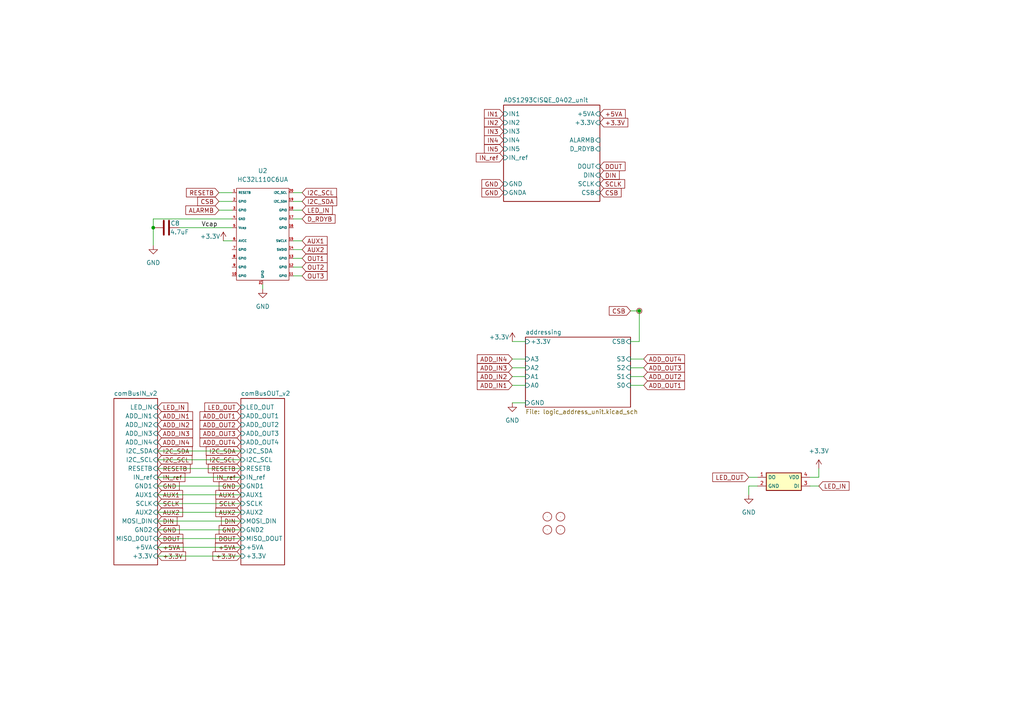
<source format=kicad_sch>
(kicad_sch (version 20230121) (generator eeschema)
  (paper "A4")
  (lib_symbols
    (symbol "Device:C" (pin_numbers hide) (pin_names (offset 0.254))
      (property "Reference" "C" (at 0.635 2.54 0))
      (property "Value" "C" (at 0.635 -2.54 0))
      (symbol "C_0_1"
        (polyline (pts (xy -2.032 -0.762) (xy 2.032 -0.762)) (stroke (width 0.508)))
        (polyline (pts (xy -2.032 0.762) (xy 2.032 0.762)) (stroke (width 0.508)))
      )
      (symbol "C_1_1"
        (pin passive line (at 0 3.81 270) (length 2.794) (name "~") (number "1"))
        (pin passive line (at 0 -3.81 90) (length 2.794) (name "~") (number "2"))
      )
    )
    (symbol "XHSC:HC32L110C6UA"
      (property "Reference" "U" (at 0 3.81 0))
      (property "Value" "HC32L110C6UA" (at 0 1.27 0))
      (symbol "HC32L110C6UA_0_1"
        (rectangle (start 0 0) (end 15.24 -26.67))
      )
      (symbol "HC32L110C6UA_1_1"
        (pin input line (at -1.27 -1.27 0) (length 1.27) (name "P00") (number "1") (alternate "GPIO" input line) (alternate "RESETB" input line))
        (pin input line (at -1.27 -25.4 0) (length 1.27) (name "P23") (number "10") (alternate "GPIO" input line))
        (pin input line (at 16.51 -25.4 180) (length 1.27) (name "P24") (number "11") (alternate "GPIO" input line))
        (pin input line (at 16.51 -22.86 180) (length 1.27) (name "P25") (number "12") (alternate "GPIO" input line) (alternate "I2C_SDA" input line))
        (pin input line (at 16.51 -20.32 180) (length 1.27) (name "P26") (number "13") (alternate "GPIO" input line) (alternate "I2C_SCL" input line))
        (pin input line (at 16.51 -17.78 180) (length 1.27) (name "P27") (number "14") (alternate "GPIO" input line) (alternate "SWDIO" input line))
        (pin input line (at 16.51 -15.24 180) (length 1.27) (name "P31") (number "15") (alternate "GPIO" input line) (alternate "SWCLK" input line))
        (pin input line (at 16.51 -11.43 180) (length 1.27) (name "P32") (number "16") (alternate "GPIO" input line))
        (pin input line (at 16.51 -8.89 180) (length 1.27) (name "P33") (number "17") (alternate "GPIO" input line))
        (pin input line (at 16.51 -6.35 180) (length 1.27) (name "P34") (number "18") (alternate "GPIO" input line))
        (pin input line (at 16.51 -3.81 180) (length 1.27) (name "P35") (number "19") (alternate "GPIO" input line) (alternate "I2C_SDA" input line))
        (pin input line (at -1.27 -3.81 0) (length 1.27) (name "P01") (number "2") (alternate "GPIO" input line) (alternate "I2C_SDA" input line))
        (pin input line (at 16.51 -1.27 180) (length 1.27) (name "P36") (number "20") (alternate "GPIO" input line) (alternate "I2C_SCL" input line))
        (pin input line (at 7.62 -27.94 90) (length 1.27) (name "EPAD") (number "21") (alternate "GPIO" input line) (alternate "RESETB" input line))
        (pin input line (at -1.27 -6.35 0) (length 1.27) (name "P02") (number "3") (alternate "GPIO" input line) (alternate "I2C_SCL" input line))
        (pin power_in line (at -1.27 -8.89 0) (length 1.27) (name "AVSS") (number "4") (alternate "GND" power_in line))
        (pin input line (at -1.27 -11.43 0) (length 1.27) (name "Vcap") (number "5"))
        (pin power_in line (at -1.27 -15.24 0) (length 1.27) (name "AVCC") (number "6"))
        (pin input line (at -1.27 -17.78 0) (length 1.27) (name "P03") (number "7") (alternate "GPIO" input line))
        (pin input line (at -1.27 -20.32 0) (length 1.27) (name "P15") (number "8") (alternate "GPIO" input line) (alternate "I2C_SDA" input line))
        (pin input line (at -1.27 -22.86 0) (length 1.27) (name "P14") (number "9") (alternate "GPIO" input line) (alternate "I2C_SCL" input line))
      )
    )
    (symbol "custom:TestPoint" (pin_numbers hide) (pin_names (offset 0.762) hide)
      (property "Reference" "TP" (at 0 6.858 0))
      (property "Value" "TestPoint" (at 0 5.08 0))
      (symbol "TestPoint_0_1"
        (circle (center 0 0) (radius 0.762))
      )
      (symbol "TestPoint_1_1"
        (pin passive line (at 0 0 90) (length 0) (name "1") (number "1"))
      )
    )
    (symbol "custom:WS2812-2020"
      (property "Reference" "U" (at 2.54 2.54 0))
      (property "Value" "WS2812-2020" (at 7.62 -5.08 0))
      (symbol "WS2812-2020_0_0"
        (rectangle (start 2.54 1.27) (end 12.7 -3.81) (stroke (width 0.254)) (fill (type background)))
      )
      (symbol "WS2812-2020_1_1"
        (pin input line (at 0 0 0) (length 2.54) (name "DO") (number "1"))
        (pin power_in line (at 0 -2.54 0) (length 2.54) (name "GND") (number "2"))
        (pin output line (at 15.24 -2.54 180) (length 2.54) (name "DI") (number "3"))
        (pin power_in line (at 15.24 0 180) (length 2.54) (name "VDD") (number "4"))
      )
    )
    (symbol "custom:smd_insert" (pin_numbers hide) (pin_names (offset 0) hide)
      (symbol "smd_insert_0_1"
        (circle (center 0 0) (radius 1.27))
      )
      (symbol "smd_insert_1_1"
        (pin power_in line (at 0 0 180) (length 0) (name "conn") (number "1"))
      )
    )
    (symbol "power:+3.3V" (power) (pin_names (offset 0))
      (property "Value" "+3.3V" (at 0 3.556 0))
      (symbol "+3.3V_0_1"
        (polyline (pts (xy -0.762 1.27) (xy 0 2.54)))
        (polyline (pts (xy 0 0) (xy 0 2.54)))
        (polyline (pts (xy 0 2.54) (xy 0.762 1.27)))
      )
      (symbol "+3.3V_1_1"
        (pin power_in line (at 0 0 90) (length 0) hide (name "+3.3V") (number "1"))
      )
    )
    (symbol "power:GND" (power) (pin_names (offset 0))
      (property "Value" "GND" (at 0 -3.81 0))
      (symbol "GND_0_1"
        (polyline (pts (xy 0 0) (xy 0 -1.27) (xy 1.27 -1.27) (xy 0 -2.54) (xy -1.27 -1.27) (xy 0 -1.27)))
      )
      (symbol "GND_1_1"
        (pin power_in line (at 0 0 270) (length 0) hide (name "GND") (number "1"))
      )
    )
  )
  (junction (at 185.42 90.17))
  (junction (at 44.45 66.04))
  (wire (pts (xy 234.95 138.43) (xy 237.49 138.43)))
  (wire (pts (xy 67.31 63.5) (xy 44.45 63.5)))
  (wire (pts (xy 237.49 140.97) (xy 234.95 140.97)))
  (wire (pts (xy 185.42 90.17) (xy 182.88 90.17)))
  (wire (pts (xy 64.77 69.85) (xy 67.31 69.85)))
  (wire (pts (xy 87.63 58.42) (xy 85.09 58.42)))
  (wire (pts (xy 148.59 99.06) (xy 152.4 99.06)))
  (wire (pts (xy 87.63 60.96) (xy 85.09 60.96)))
  (wire (pts (xy 148.59 104.14) (xy 152.4 104.14)))
  (wire (pts (xy 45.72 138.43) (xy 69.85 138.43)))
  (wire (pts (xy 52.07 66.04) (xy 67.31 66.04)))
  (wire (pts (xy 45.72 151.13) (xy 69.85 151.13)))
  (wire (pts (xy 148.59 106.68) (xy 152.4 106.68)))
  (wire (pts (xy 63.5 60.96) (xy 67.31 60.96)))
  (wire (pts (xy 85.09 80.01) (xy 87.63 80.01)))
  (wire (pts (xy 63.5 55.88) (xy 67.31 55.88)))
  (wire (pts (xy 45.72 130.81) (xy 69.85 130.81)))
  (wire (pts (xy 45.72 158.75) (xy 69.85 158.75)))
  (wire (pts (xy 182.88 104.14) (xy 186.69 104.14)))
  (wire (pts (xy 148.59 116.84) (xy 152.4 116.84)))
  (wire (pts (xy 44.45 63.5) (xy 44.45 66.04)))
  (wire (pts (xy 182.88 99.06) (xy 185.42 99.06)))
  (wire (pts (xy 217.17 140.97) (xy 217.17 143.51)))
  (wire (pts (xy 45.72 133.35) (xy 69.85 133.35)))
  (wire (pts (xy 182.88 111.76) (xy 186.69 111.76)))
  (wire (pts (xy 45.72 148.59) (xy 69.85 148.59)))
  (wire (pts (xy 45.72 156.21) (xy 69.85 156.21)))
  (wire (pts (xy 76.2 83.82) (xy 76.2 82.55)))
  (wire (pts (xy 219.71 140.97) (xy 217.17 140.97)))
  (wire (pts (xy 87.63 55.88) (xy 85.09 55.88)))
  (wire (pts (xy 85.09 74.93) (xy 87.63 74.93)))
  (wire (pts (xy 182.88 109.22) (xy 186.69 109.22)))
  (wire (pts (xy 148.59 111.76) (xy 152.4 111.76)))
  (wire (pts (xy 85.09 69.85) (xy 87.63 69.85)))
  (wire (pts (xy 45.72 146.05) (xy 69.85 146.05)))
  (wire (pts (xy 45.72 135.89) (xy 69.85 135.89)))
  (wire (pts (xy 45.72 153.67) (xy 69.85 153.67)))
  (wire (pts (xy 45.72 161.29) (xy 69.85 161.29)))
  (wire (pts (xy 44.45 66.04) (xy 44.45 71.12)))
  (wire (pts (xy 148.59 109.22) (xy 152.4 109.22)))
  (wire (pts (xy 63.5 58.42) (xy 67.31 58.42)))
  (wire (pts (xy 85.09 77.47) (xy 87.63 77.47)))
  (wire (pts (xy 237.49 138.43) (xy 237.49 135.89)))
  (wire (pts (xy 87.63 72.39) (xy 85.09 72.39)))
  (wire (pts (xy 45.72 140.97) (xy 69.85 140.97)))
  (wire (pts (xy 45.72 143.51) (xy 69.85 143.51)))
  (wire (pts (xy 185.42 99.06) (xy 185.42 90.17)))
  (wire (pts (xy 85.09 63.5) (xy 87.63 63.5)))
  (wire (pts (xy 217.17 138.43) (xy 219.71 138.43)))
  (wire (pts (xy 182.88 106.68) (xy 186.69 106.68)))
  (label "Vcap" (at 58.42 66.04 0))
  (global_label "RESETB" (shape input) (at 63.5 55.88 180) (property "Intersheetrefs" "${INTERSHEET_REFS}" (effects hide)))
  (global_label "ALARMB" (shape input) (at 63.5 60.96 180) (property "Intersheetrefs" "${INTERSHEET_REFS}" (effects hide)))
  (global_label "AUX1" (shape input) (at 45.72 143.51 0) (property "Intersheetrefs" "${INTERSHEET_REFS}" (effects hide)))
  (global_label "IN1" (shape input) (at 146.05 33.02 180) (property "Intersheetrefs" "${INTERSHEET_REFS}" (effects hide)))
  (global_label "DOUT" (shape input) (at 45.72 156.21 0) (property "Intersheetrefs" "${INTERSHEET_REFS}" (effects hide)))
  (global_label "I2C_SCL" (shape input) (at 87.63 55.88 0) (property "Intersheetrefs" "${INTERSHEET_REFS}" (effects hide)))
  (global_label "ADD_IN2" (shape input) (at 148.59 109.22 180) (property "Intersheetrefs" "${INTERSHEET_REFS}" (effects hide)))
  (global_label "RESETB" (shape input) (at 69.85 135.89 180) (property "Intersheetrefs" "${INTERSHEET_REFS}" (effects hide)))
  (global_label "OUT1" (shape input) (at 87.63 74.93 0) (property "Intersheetrefs" "${INTERSHEET_REFS}" (effects hide)))
  (global_label "LED_OUT" (shape input) (at 217.17 138.43 180) (property "Intersheetrefs" "${INTERSHEET_REFS}" (effects hide)))
  (global_label "GND" (shape input) (at 146.05 53.34 180) (property "Intersheetrefs" "${INTERSHEET_REFS}" (effects hide)))
  (global_label "DIN" (shape input) (at 45.72 151.13 0) (property "Intersheetrefs" "${INTERSHEET_REFS}" (effects hide)))
  (global_label "IN_ref" (shape input) (at 69.85 138.43 180) (property "Intersheetrefs" "${INTERSHEET_REFS}" (effects hide)))
  (global_label "LED_IN" (shape input) (at 45.72 118.11 0) (property "Intersheetrefs" "${INTERSHEET_REFS}" (effects hide)))
  (global_label "GND" (shape input) (at 146.05 55.88 180) (property "Intersheetrefs" "${INTERSHEET_REFS}" (effects hide)))
  (global_label "AUX2" (shape input) (at 87.63 72.39 0) (property "Intersheetrefs" "${INTERSHEET_REFS}" (effects hide)))
  (global_label "I2C_SDA" (shape input) (at 45.72 130.81 0) (property "Intersheetrefs" "${INTERSHEET_REFS}" (effects hide)))
  (global_label "I2C_SDA" (shape input) (at 87.63 58.42 0) (property "Intersheetrefs" "${INTERSHEET_REFS}" (effects hide)))
  (global_label "ADD_IN1" (shape input) (at 45.72 120.65 0) (property "Intersheetrefs" "${INTERSHEET_REFS}" (effects hide)))
  (global_label "AUX1" (shape input) (at 69.85 143.51 180) (property "Intersheetrefs" "${INTERSHEET_REFS}" (effects hide)))
  (global_label "LED_IN" (shape input) (at 237.49 140.97 0) (property "Intersheetrefs" "${INTERSHEET_REFS}" (effects hide)))
  (global_label "IN5" (shape input) (at 146.05 43.18 180) (property "Intersheetrefs" "${INTERSHEET_REFS}" (effects hide)))
  (global_label "D_RDYB" (shape input) (at 87.63 63.5 0) (property "Intersheetrefs" "${INTERSHEET_REFS}" (effects hide)))
  (global_label "GND" (shape input) (at 45.72 153.67 0) (property "Intersheetrefs" "${INTERSHEET_REFS}" (effects hide)))
  (global_label "ADD_OUT1" (shape input) (at 186.69 111.76 0) (property "Intersheetrefs" "${INTERSHEET_REFS}" (effects hide)))
  (global_label "LED_IN" (shape input) (at 87.63 60.96 0) (property "Intersheetrefs" "${INTERSHEET_REFS}" (effects hide)))
  (global_label "ADD_OUT3" (shape input) (at 186.69 106.68 0) (property "Intersheetrefs" "${INTERSHEET_REFS}" (effects hide)))
  (global_label "ADD_OUT4" (shape input) (at 186.69 104.14 0) (property "Intersheetrefs" "${INTERSHEET_REFS}" (effects hide)))
  (global_label "OUT2" (shape input) (at 87.63 77.47 0) (property "Intersheetrefs" "${INTERSHEET_REFS}" (effects hide)))
  (global_label "+3.3V" (shape input) (at 173.99 35.56 0) (property "Intersheetrefs" "${INTERSHEET_REFS}" (effects hide)))
  (global_label "+3.3V" (shape input) (at 69.85 161.29 180) (property "Intersheetrefs" "${INTERSHEET_REFS}" (effects hide)))
  (global_label "ADD_OUT2" (shape input) (at 186.69 109.22 0) (property "Intersheetrefs" "${INTERSHEET_REFS}" (effects hide)))
  (global_label "AUX2" (shape input) (at 69.85 148.59 180) (property "Intersheetrefs" "${INTERSHEET_REFS}" (effects hide)))
  (global_label "AUX2" (shape input) (at 45.72 148.59 0) (property "Intersheetrefs" "${INTERSHEET_REFS}" (effects hide)))
  (global_label "I2C_SCL" (shape input) (at 69.85 133.35 180) (property "Intersheetrefs" "${INTERSHEET_REFS}" (effects hide)))
  (global_label "OUT3" (shape input) (at 87.63 80.01 0) (property "Intersheetrefs" "${INTERSHEET_REFS}" (effects hide)))
  (global_label "ADD_IN1" (shape input) (at 148.59 111.76 180) (property "Intersheetrefs" "${INTERSHEET_REFS}" (effects hide)))
  (global_label "RESETB" (shape input) (at 45.72 135.89 0) (property "Intersheetrefs" "${INTERSHEET_REFS}" (effects hide)))
  (global_label "ADD_IN4" (shape input) (at 148.59 104.14 180) (property "Intersheetrefs" "${INTERSHEET_REFS}" (effects hide)))
  (global_label "DOUT" (shape input) (at 69.85 156.21 180) (property "Intersheetrefs" "${INTERSHEET_REFS}" (effects hide)))
  (global_label "IN2" (shape input) (at 146.05 35.56 180) (property "Intersheetrefs" "${INTERSHEET_REFS}" (effects hide)))
  (global_label "LED_OUT" (shape input) (at 69.85 118.11 180) (property "Intersheetrefs" "${INTERSHEET_REFS}" (effects hide)))
  (global_label "SCLK" (shape input) (at 45.72 146.05 0) (property "Intersheetrefs" "${INTERSHEET_REFS}" (effects hide)))
  (global_label "DIN" (shape input) (at 173.99 50.8 0) (property "Intersheetrefs" "${INTERSHEET_REFS}" (effects hide)))
  (global_label "IN3" (shape input) (at 146.05 38.1 180) (property "Intersheetrefs" "${INTERSHEET_REFS}" (effects hide)))
  (global_label "DOUT" (shape input) (at 173.99 48.26 0) (property "Intersheetrefs" "${INTERSHEET_REFS}" (effects hide)))
  (global_label "+5VA" (shape input) (at 45.72 158.75 0) (property "Intersheetrefs" "${INTERSHEET_REFS}" (effects hide)))
  (global_label "ADD_IN3" (shape input) (at 45.72 125.73 0) (property "Intersheetrefs" "${INTERSHEET_REFS}" (effects hide)))
  (global_label "ADD_IN2" (shape input) (at 45.72 123.19 0) (property "Intersheetrefs" "${INTERSHEET_REFS}" (effects hide)))
  (global_label "+5VA" (shape input) (at 173.99 33.02 0) (property "Intersheetrefs" "${INTERSHEET_REFS}" (effects hide)))
  (global_label "AUX1" (shape input) (at 87.63 69.85 0) (property "Intersheetrefs" "${INTERSHEET_REFS}" (effects hide)))
  (global_label "CSB" (shape input) (at 63.5 58.42 180) (property "Intersheetrefs" "${INTERSHEET_REFS}" (effects hide)))
  (global_label "GND" (shape input) (at 45.72 140.97 0) (property "Intersheetrefs" "${INTERSHEET_REFS}" (effects hide)))
  (global_label "CSB" (shape input) (at 173.99 55.88 0) (property "Intersheetrefs" "${INTERSHEET_REFS}" (effects hide)))
  (global_label "ADD_OUT4" (shape input) (at 69.85 128.27 180) (property "Intersheetrefs" "${INTERSHEET_REFS}" (effects hide)))
  (global_label "DIN" (shape input) (at 69.85 151.13 180) (property "Intersheetrefs" "${INTERSHEET_REFS}" (effects hide)))
  (global_label "IN_ref" (shape input) (at 45.72 138.43 0) (property "Intersheetrefs" "${INTERSHEET_REFS}" (effects hide)))
  (global_label "CSB" (shape input) (at 182.88 90.17 180) (property "Intersheetrefs" "${INTERSHEET_REFS}" (effects hide)))
  (global_label "I2C_SCL" (shape input) (at 45.72 133.35 0) (property "Intersheetrefs" "${INTERSHEET_REFS}" (effects hide)))
  (global_label "ADD_IN4" (shape input) (at 45.72 128.27 0) (property "Intersheetrefs" "${INTERSHEET_REFS}" (effects hide)))
  (global_label "ADD_OUT1" (shape input) (at 69.85 120.65 180) (property "Intersheetrefs" "${INTERSHEET_REFS}" (effects hide)))
  (global_label "GND" (shape input) (at 69.85 140.97 180) (property "Intersheetrefs" "${INTERSHEET_REFS}" (effects hide)))
  (global_label "SCLK" (shape input) (at 69.85 146.05 180) (property "Intersheetrefs" "${INTERSHEET_REFS}" (effects hide)))
  (global_label "+3.3V" (shape input) (at 45.72 161.29 0) (property "Intersheetrefs" "${INTERSHEET_REFS}" (effects hide)))
  (global_label "I2C_SDA" (shape input) (at 69.85 130.81 180) (property "Intersheetrefs" "${INTERSHEET_REFS}" (effects hide)))
  (global_label "IN_ref" (shape input) (at 146.05 45.72 180) (property "Intersheetrefs" "${INTERSHEET_REFS}" (effects hide)))
  (global_label "ADD_OUT3" (shape input) (at 69.85 125.73 180) (property "Intersheetrefs" "${INTERSHEET_REFS}" (effects hide)))
  (global_label "ADD_OUT2" (shape input) (at 69.85 123.19 180) (property "Intersheetrefs" "${INTERSHEET_REFS}" (effects hide)))
  (global_label "ADD_IN3" (shape input) (at 148.59 106.68 180) (property "Intersheetrefs" "${INTERSHEET_REFS}" (effects hide)))
  (global_label "IN4" (shape input) (at 146.05 40.64 180) (property "Intersheetrefs" "${INTERSHEET_REFS}" (effects hide)))
  (global_label "+5VA" (shape input) (at 69.85 158.75 180) (property "Intersheetrefs" "${INTERSHEET_REFS}" (effects hide)))
  (global_label "GND" (shape input) (at 69.85 153.67 180) (property "Intersheetrefs" "${INTERSHEET_REFS}" (effects hide)))
  (global_label "SCLK" (shape input) (at 173.99 53.34 0) (property "Intersheetrefs" "${INTERSHEET_REFS}" (effects hide)))
  (symbol (lib_id "custom:WS2812-2020") (at 219.71 138.43 0) (unit 1)
    (property "Reference" "LED1" (effects hide))
    (property "Value" "WS2812-2020" (effects hide))
    (property "Footprint" "00_custom-footprints:WS2812-2020" (effects hide))
  )
  (symbol (lib_id "power:GND") (at 148.59 116.84 0) (unit 1)
    (property "Reference" "#PWR02" (effects hide))
    (property "Value" "GND" (at 148.59 121.92 0))
  )
  (symbol (lib_id "power:+3.3V") (at 148.59 99.06 0) (unit 1)
    (property "Reference" "#PWR01" (effects hide))
    (property "Value" "+3.3V" (at 144.78 97.79 0))
  )
  (symbol (lib_id "custom:TestPoint") (at 185.42 90.17 270) (unit 1)
    (property "Reference" "TP1" (effects hide))
    (property "Value" "TP_SDA" (effects hide))
    (property "Footprint" "00_custom-footprints:TestPoint_Pad_D1.0mm" (effects hide))
  )
  (symbol (lib_id "power:GND") (at 44.45 71.12 0) (unit 1)
    (property "Reference" "#PWR0111" (effects hide))
    (property "Value" "GND" (at 44.45 76.2 0))
  )
  (symbol (lib_id "custom:smd_insert") (at 158.75 153.67 0) (unit 1)
    (property "Reference" "I2" (effects hide))
    (property "Value" "smd_insert" (effects hide))
    (property "Footprint" "00_custom-footprints:insert_1.2mm" (effects hide))
  )
  (symbol (lib_id "custom:smd_insert") (at 158.75 149.86 0) (unit 1)
    (property "Reference" "I1" (effects hide))
    (property "Value" "smd_insert" (effects hide))
    (property "Footprint" "00_custom-footprints:insert_1.2mm" (effects hide))
  )
  (symbol (lib_id "power:GND") (at 217.17 143.51 0) (unit 1)
    (property "Reference" "#PWR05" (effects hide))
    (property "Value" "GND" (at 217.17 148.59 0))
  )
  (symbol (lib_id "power:GND") (at 76.2 83.82 0) (unit 1)
    (property "Reference" "#PWR0105" (effects hide))
    (property "Value" "GND" (at 76.2 88.9 0))
  )
  (symbol (lib_id "power:+3.3V") (at 64.77 69.85 0) (unit 1)
    (property "Reference" "#PWR0110" (effects hide))
    (property "Value" "+3.3V" (at 60.96 68.58 0))
  )
  (symbol (lib_id "custom:smd_insert") (at 162.56 149.86 0) (unit 1)
    (property "Reference" "I3" (effects hide))
    (property "Value" "smd_insert" (effects hide))
    (property "Footprint" "00_custom-footprints:insert_1.2mm" (effects hide))
  )
  (symbol (lib_id "XHSC:HC32L110C6UA") (at 68.58 54.61 0) (unit 1)
    (property "Reference" "U2" (at 76.2 49.53 0))
    (property "Value" "HC32L110C6UA" (at 76.2 52.07 0))
    (property "Footprint" "00_custom-footprints:QFN-20-1EP_3x3mm_P0.4mm_EP1.4x1.4mm" (effects hide))
    (property "Datasheet" "https://datasheet.lcsc.com/lcsc/2206131716_XHSC-HC32L110B6YA-CSP16TR_C840729.pdf" (effects hide))
    (pin "1" (alternate "RESETB"))
    (pin "10" (alternate "GPIO"))
    (pin "11" (alternate "GPIO"))
    (pin "12" (alternate "GPIO"))
    (pin "13" (alternate "GPIO"))
    (pin "14" (alternate "SWDIO"))
    (pin "15" (alternate "SWCLK"))
    (pin "16" (alternate "GPIO"))
    (pin "17" (alternate "GPIO"))
    (pin "18" (alternate "GPIO"))
    (pin "19" (alternate "I2C_SDA"))
    (pin "2" (alternate "GPIO"))
    (pin "20" (alternate "I2C_SCL"))
    (pin "21" (alternate "GPIO"))
    (pin "3" (alternate "GPIO"))
    (pin "4" (alternate "GND"))
    (pin "7" (alternate "GPIO"))
    (pin "8" (alternate "GPIO"))
    (pin "9" (alternate "GPIO"))
  )
  (symbol (lib_id "Device:C") (at 48.26 66.04 90) (unit 1)
    (property "Reference" "C8" (at 50.8 64.77 90))
    (property "Value" "4.7uF" (at 52.07 67.31 90))
    (property "Footprint" "Capacitor_SMD:C_0201_0603Metric_Pad0.64x0.40mm_HandSolder" (effects hide))
  )
  (symbol (lib_id "power:+3.3V") (at 237.49 135.89 0) (unit 1)
    (property "Reference" "#PWR04" (effects hide))
    (property "Value" "+3.3V" (at 237.49 130.81 0))
  )
  (symbol (lib_id "custom:smd_insert") (at 162.56 153.67 0) (unit 1)
    (property "Reference" "I4" (effects hide))
    (property "Value" "smd_insert" (effects hide))
    (property "Footprint" "00_custom-footprints:insert_1.2mm" (effects hide))
  )
  (sheet (at 146.05 30.48) (size 27.94 27.94) (stroke (width 0.1524))
    (property "Sheetname" "ADS1293CISQE_0402_unit" (at 146.05 29.7684 0) (effects (justify left bottom)))
    (property "Sheetfile" "../../units/ADS1293CISQE_0402_unit.kicad_sch" (effects hide))
    (pin "GNDA" input (at 146.05 55.88 180))
    (pin "+5VA" input (at 173.99 33.02 0))
    (pin "GND" input (at 146.05 53.34 180))
    (pin "+3.3V" input (at 173.99 35.56 0))
    (pin "DIN" input (at 173.99 50.8 0))
    (pin "SCLK" input (at 173.99 53.34 0))
    (pin "DOUT" input (at 173.99 48.26 0))
    (pin "D_RDYB" input (at 173.99 43.18 0))
    (pin "ALARMB" input (at 173.99 40.64 0))
    (pin "IN_ref" input (at 146.05 45.72 180))
    (pin "IN5" input (at 146.05 43.18 180))
    (pin "IN3" input (at 146.05 38.1 180))
    (pin "IN1" input (at 146.05 33.02 180))
    (pin "IN2" input (at 146.05 35.56 180))
    (pin "IN4" input (at 146.05 40.64 180))
    (pin "CSB" input (at 173.99 55.88 0))
  )
  (sheet (at 33.02 115.57) (size 12.7 48.26) (stroke (width 0.1524))
    (property "Sheetname" "comBusIN_v2" (at 33.02 114.8584 0) (effects (justify left bottom)))
    (property "Sheetfile" "comBusIN_v2.kicad_sch" (effects hide))
    (pin "GND2" input (at 45.72 153.67 0))
    (pin "+3.3V" input (at 45.72 161.29 0))
    (pin "+5VA" input (at 45.72 158.75 0))
    (pin "AUX2" input (at 45.72 148.59 0))
    (pin "MOSI_DIN" input (at 45.72 151.13 0))
    (pin "MISO_DOUT" input (at 45.72 156.21 0))
    (pin "ADD_IN3" input (at 45.72 125.73 0))
    (pin "I2C_SDA" input (at 45.72 130.81 0))
    (pin "ADD_IN2" input (at 45.72 123.19 0))
    (pin "I2C_SCL" input (at 45.72 133.35 0))
    (pin "ADD_IN1" input (at 45.72 120.65 0))
    (pin "ADD_IN4" input (at 45.72 128.27 0))
    (pin "AUX1" input (at 45.72 143.51 0))
    (pin "RESETB" input (at 45.72 135.89 0))
    (pin "IN_ref" input (at 45.72 138.43 0))
    (pin "GND1" input (at 45.72 140.97 0))
    (pin "SCLK" input (at 45.72 146.05 0))
    (pin "LED_IN" input (at 45.72 118.11 0))
  )
  (sheet (at 69.85 115.57) (size 12.7 48.26) (stroke (width 0.1524))
    (property "Sheetname" "comBusOUT_v2" (at 69.85 114.8584 0) (effects (justify left bottom)))
    (property "Sheetfile" "comBusOUT_v2.kicad_sch" (effects hide))
    (pin "ADD_OUT4" input (at 69.85 128.27 180))
    (pin "LED_OUT" input (at 69.85 118.11 180))
    (pin "ADD_OUT3" input (at 69.85 125.73 180))
    (pin "ADD_OUT2" input (at 69.85 123.19 180))
    (pin "ADD_OUT1" input (at 69.85 120.65 180))
    (pin "+3.3V" input (at 69.85 161.29 180))
    (pin "MISO_DOUT" input (at 69.85 156.21 180))
    (pin "MOSI_DIN" input (at 69.85 151.13 180))
    (pin "GND2" input (at 69.85 153.67 180))
    (pin "SCLK" input (at 69.85 146.05 180))
    (pin "+5VA" input (at 69.85 158.75 180))
    (pin "AUX2" input (at 69.85 148.59 180))
    (pin "AUX1" input (at 69.85 143.51 180))
    (pin "GND1" input (at 69.85 140.97 180))
    (pin "IN_ref" input (at 69.85 138.43 180))
    (pin "RESETB" input (at 69.85 135.89 180))
    (pin "I2C_SCL" input (at 69.85 133.35 180))
    (pin "I2C_SDA" input (at 69.85 130.81 180))
  )
  (sheet (at 152.4 97.79) (size 30.48 20.32) (stroke (width 0.1524))
    (property "Sheetname" "addressing" (at 152.4 97.0784 0) (effects (justify left bottom)))
    (property "Sheetfile" "logic_address_unit.kicad_sch" (at 152.4 118.6946 0) (effects (justify left top)))
    (pin "A3" input (at 152.4 104.14 180))
    (pin "GND" input (at 152.4 116.84 180))
    (pin "S1" input (at 182.88 109.22 0))
    (pin "S3" input (at 182.88 104.14 0))
    (pin "+3.3V" input (at 152.4 99.06 180))
    (pin "CSB" input (at 182.88 99.06 0))
    (pin "S2" input (at 182.88 106.68 0))
    (pin "A1" input (at 152.4 109.22 180))
    (pin "S0" input (at 182.88 111.76 0))
    (pin "A2" input (at 152.4 106.68 180))
    (pin "A0" input (at 152.4 111.76 180))
  )
)
</source>
